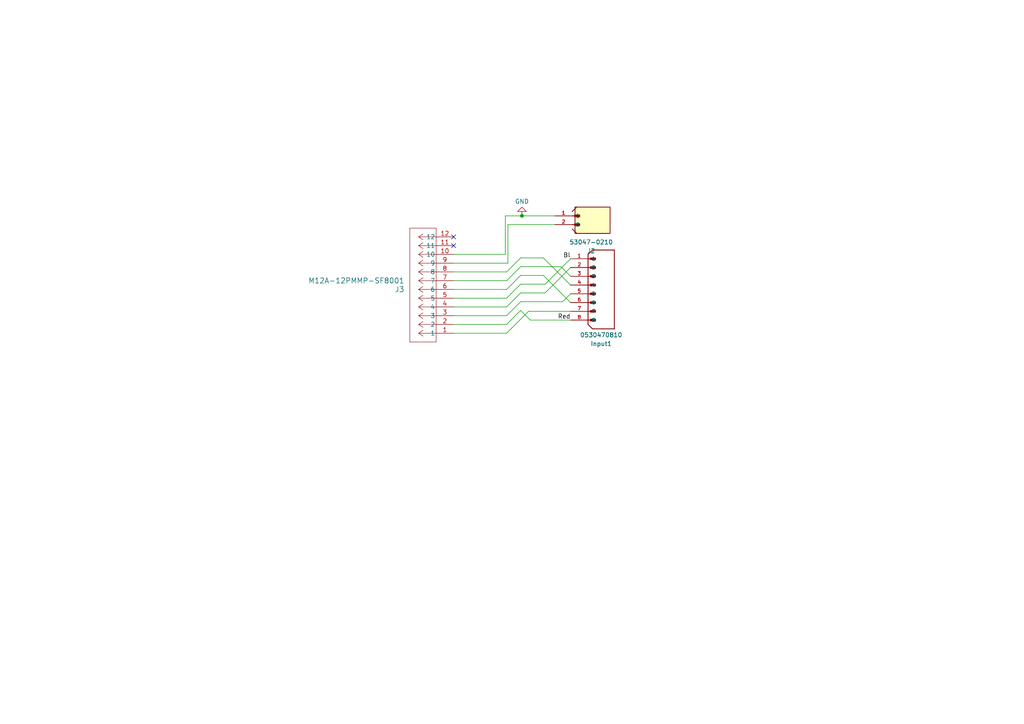
<source format=kicad_sch>
(kicad_sch (version 20230121) (generator eeschema)
  (paper "A4")
  (lib_symbols
    (symbol "Pico2Pin:53047-0210" (pin_names (offset 1.016))
      (property "Reference" "J2" (at 0.3969 -7.62 0))
      (property "Value" "53047-0210" (at 0.3969 -5.08 0))
      (symbol "53047-0210_0_0"
        (rectangle (start -4.445 -0.3175) (end -2.8575 0.3175) (stroke (width 0.1)) (fill (type outline)))
        (rectangle (start -4.445 2.2225) (end -2.8575 2.8575) (stroke (width 0.1)) (fill (type outline)))
        (rectangle (start -4.2863 -2.54) (end 5.8738 5.08) (stroke (width 0.254)) (fill (type background)))
        (polyline (pts (xy -5.08 -1.27) (xy -3.81 -2.54)) (stroke (width 0.254)))
        (polyline (pts (xy -5.08 0) (xy -3.175 0)) (stroke (width 0.254)))
        (polyline (pts (xy -5.08 2.54) (xy -3.175 2.54)) (stroke (width 0.254)))
        (polyline (pts (xy -5.08 3.81) (xy -3.81 5.08)) (stroke (width 0.254)))
      )
      (symbol "53047-0210_1_0"
        (pin passive line (at -10.16 2.54 0) (length 5.08) (name "1") (number "1"))
        (pin passive line (at -10.16 0 0) (length 5.08) (name "2") (number "2"))
      )
    )
    (symbol "Pico8Pin:0530470810" (pin_names (offset 1.016))
      (property "Reference" "J" (at 0 11.43 0))
      (property "Value" "0530470810" (at 0 -15.24 0))
      (symbol "0530470810_0_0"
        (polyline (pts (xy 0 -11.43) (xy 1.27 -12.7)) (stroke (width 0.254)))
        (polyline (pts (xy 0 -10.16) (xy 1.905 -10.16)) (stroke (width 0.254)))
        (polyline (pts (xy 0 -7.62) (xy 1.905 -7.62)) (stroke (width 0.254)))
        (polyline (pts (xy 0 -5.08) (xy 1.905 -5.08)) (stroke (width 0.254)))
        (polyline (pts (xy 0 -2.54) (xy 1.905 -2.54)) (stroke (width 0.254)))
        (polyline (pts (xy 0 0) (xy 1.905 0)) (stroke (width 0.254)))
        (polyline (pts (xy 0 2.54) (xy 1.905 2.54)) (stroke (width 0.254)))
        (polyline (pts (xy 0 5.08) (xy 1.905 5.08)) (stroke (width 0.254)))
        (polyline (pts (xy 0 7.62) (xy 0 -11.43)) (stroke (width 0.254)))
        (polyline (pts (xy 0 7.62) (xy 1.905 7.62)) (stroke (width 0.254)))
        (polyline (pts (xy 0 8.89) (xy 0 7.62)) (stroke (width 0.254)))
        (polyline (pts (xy 0 8.89) (xy 1.27 10.16)) (stroke (width 0.254)))
        (polyline (pts (xy 1.27 -12.7) (xy 7.62 -12.7)) (stroke (width 0.254)))
        (polyline (pts (xy 7.62 -12.7) (xy 7.62 10.16)) (stroke (width 0.254)))
        (polyline (pts (xy 7.62 10.16) (xy 1.27 10.16)) (stroke (width 0.254)))
        (rectangle (start 0.635 -10.4775) (end 2.2225 -9.8425) (stroke (width 0.1)) (fill (type outline)))
        (rectangle (start 0.635 -7.9375) (end 2.2225 -7.3025) (stroke (width 0.1)) (fill (type outline)))
        (rectangle (start 0.635 -5.3975) (end 2.2225 -4.7625) (stroke (width 0.1)) (fill (type outline)))
        (rectangle (start 0.635 -2.8575) (end 2.2225 -2.2225) (stroke (width 0.1)) (fill (type outline)))
        (rectangle (start 0.635 -0.3175) (end 2.2225 0.3175) (stroke (width 0.1)) (fill (type outline)))
        (rectangle (start 0.635 2.2225) (end 2.2225 2.8575) (stroke (width 0.1)) (fill (type outline)))
        (rectangle (start 0.635 4.7625) (end 2.2225 5.3975) (stroke (width 0.1)) (fill (type outline)))
        (rectangle (start 0.635 7.3025) (end 2.2225 7.9375) (stroke (width 0.1)) (fill (type outline)))
        (pin passive line (at -5.08 7.62 0) (length 5.08) (name "1") (number "1"))
        (pin passive line (at -5.08 5.08 0) (length 5.08) (name "2") (number "2"))
        (pin passive line (at -5.08 2.54 0) (length 5.08) (name "3") (number "3"))
        (pin passive line (at -5.08 0 0) (length 5.08) (name "4") (number "4"))
        (pin passive line (at -5.08 -2.54 0) (length 5.08) (name "5") (number "5"))
        (pin passive line (at -5.08 -5.08 0) (length 5.08) (name "6") (number "6"))
        (pin passive line (at -5.08 -7.62 0) (length 5.08) (name "7") (number "7"))
        (pin passive line (at -5.08 -10.16 0) (length 5.08) (name "8") (number "8"))
      )
    )
    (symbol "m12:M12A-12PMMP-SF8001" (pin_names (offset 0.254))
      (property "Reference" "J" (at 8.89 6.35 0))
      (property "Value" "M12A-12PMMP-SF8001" (at 0 0 0))
      (symbol "M12A-12PMMP-SF8001_1_1"
        (polyline (pts (xy 5.08 -30.48) (xy 12.7 -30.48)) (stroke (width 0.127)))
        (polyline (pts (xy 5.08 2.54) (xy 5.08 -30.48)) (stroke (width 0.127)))
        (polyline (pts (xy 10.16 -27.94) (xy 5.08 -27.94)) (stroke (width 0.127)))
        (polyline (pts (xy 10.16 -27.94) (xy 8.89 -28.7867)) (stroke (width 0.127)))
        (polyline (pts (xy 10.16 -27.94) (xy 8.89 -27.0933)) (stroke (width 0.127)))
        (polyline (pts (xy 10.16 -25.4) (xy 5.08 -25.4)) (stroke (width 0.127)))
        (polyline (pts (xy 10.16 -25.4) (xy 8.89 -26.2467)) (stroke (width 0.127)))
        (polyline (pts (xy 10.16 -25.4) (xy 8.89 -24.5533)) (stroke (width 0.127)))
        (polyline (pts (xy 10.16 -22.86) (xy 5.08 -22.86)) (stroke (width 0.127)))
        (polyline (pts (xy 10.16 -22.86) (xy 8.89 -23.7067)) (stroke (width 0.127)))
        (polyline (pts (xy 10.16 -22.86) (xy 8.89 -22.0133)) (stroke (width 0.127)))
        (polyline (pts (xy 10.16 -20.32) (xy 5.08 -20.32)) (stroke (width 0.127)))
        (polyline (pts (xy 10.16 -20.32) (xy 8.89 -21.1667)) (stroke (width 0.127)))
        (polyline (pts (xy 10.16 -20.32) (xy 8.89 -19.4733)) (stroke (width 0.127)))
        (polyline (pts (xy 10.16 -17.78) (xy 5.08 -17.78)) (stroke (width 0.127)))
        (polyline (pts (xy 10.16 -17.78) (xy 8.89 -18.6267)) (stroke (width 0.127)))
        (polyline (pts (xy 10.16 -17.78) (xy 8.89 -16.9333)) (stroke (width 0.127)))
        (polyline (pts (xy 10.16 -15.24) (xy 5.08 -15.24)) (stroke (width 0.127)))
        (polyline (pts (xy 10.16 -15.24) (xy 8.89 -16.0867)) (stroke (width 0.127)))
        (polyline (pts (xy 10.16 -15.24) (xy 8.89 -14.3933)) (stroke (width 0.127)))
        (polyline (pts (xy 10.16 -12.7) (xy 5.08 -12.7)) (stroke (width 0.127)))
        (polyline (pts (xy 10.16 -12.7) (xy 8.89 -13.5467)) (stroke (width 0.127)))
        (polyline (pts (xy 10.16 -12.7) (xy 8.89 -11.8533)) (stroke (width 0.127)))
        (polyline (pts (xy 10.16 -10.16) (xy 5.08 -10.16)) (stroke (width 0.127)))
        (polyline (pts (xy 10.16 -10.16) (xy 8.89 -11.0067)) (stroke (width 0.127)))
        (polyline (pts (xy 10.16 -10.16) (xy 8.89 -9.3133)) (stroke (width 0.127)))
        (polyline (pts (xy 10.16 -7.62) (xy 5.08 -7.62)) (stroke (width 0.127)))
        (polyline (pts (xy 10.16 -7.62) (xy 8.89 -8.4667)) (stroke (width 0.127)))
        (polyline (pts (xy 10.16 -7.62) (xy 8.89 -6.7733)) (stroke (width 0.127)))
        (polyline (pts (xy 10.16 -5.08) (xy 5.08 -5.08)) (stroke (width 0.127)))
        (polyline (pts (xy 10.16 -5.08) (xy 8.89 -5.9267)) (stroke (width 0.127)))
        (polyline (pts (xy 10.16 -5.08) (xy 8.89 -4.2333)) (stroke (width 0.127)))
        (polyline (pts (xy 10.16 -2.54) (xy 5.08 -2.54)) (stroke (width 0.127)))
        (polyline (pts (xy 10.16 -2.54) (xy 8.89 -3.3867)) (stroke (width 0.127)))
        (polyline (pts (xy 10.16 -2.54) (xy 8.89 -1.6933)) (stroke (width 0.127)))
        (polyline (pts (xy 10.16 0) (xy 5.08 0)) (stroke (width 0.127)))
        (polyline (pts (xy 10.16 0) (xy 8.89 -0.8467)) (stroke (width 0.127)))
        (polyline (pts (xy 10.16 0) (xy 8.89 0.8467)) (stroke (width 0.127)))
        (polyline (pts (xy 12.7 -30.48) (xy 12.7 2.54)) (stroke (width 0.127)))
        (polyline (pts (xy 12.7 2.54) (xy 5.08 2.54)) (stroke (width 0.127)))
        (pin unspecified line (at 0 0 0) (length 5.08) (name "1") (number "1"))
        (pin unspecified line (at 0 -22.86 0) (length 5.08) (name "10") (number "10"))
        (pin unspecified line (at 0 -25.4 0) (length 5.08) (name "11") (number "11"))
        (pin unspecified line (at 0 -27.94 0) (length 5.08) (name "12") (number "12"))
        (pin unspecified line (at 0 -2.54 0) (length 5.08) (name "2") (number "2"))
        (pin unspecified line (at 0 -5.08 0) (length 5.08) (name "3") (number "3"))
        (pin unspecified line (at 0 -7.62 0) (length 5.08) (name "4") (number "4"))
        (pin unspecified line (at 0 -10.16 0) (length 5.08) (name "5") (number "5"))
        (pin unspecified line (at 0 -12.7 0) (length 5.08) (name "6") (number "6"))
        (pin unspecified line (at 0 -15.24 0) (length 5.08) (name "7") (number "7"))
        (pin unspecified line (at 0 -17.78 0) (length 5.08) (name "8") (number "8"))
        (pin unspecified line (at 0 -20.32 0) (length 5.08) (name "9") (number "9"))
      )
      (symbol "M12A-12PMMP-SF8001_1_2"
        (polyline (pts (xy 5.08 -30.48) (xy 12.7 -30.48)) (stroke (width 0.127)))
        (polyline (pts (xy 5.08 2.54) (xy 5.08 -30.48)) (stroke (width 0.127)))
        (polyline (pts (xy 7.62 -27.94) (xy 5.08 -27.94)) (stroke (width 0.127)))
        (polyline (pts (xy 7.62 -27.94) (xy 8.89 -28.7867)) (stroke (width 0.127)))
        (polyline (pts (xy 7.62 -27.94) (xy 8.89 -27.0933)) (stroke (width 0.127)))
        (polyline (pts (xy 7.62 -25.4) (xy 5.08 -25.4)) (stroke (width 0.127)))
        (polyline (pts (xy 7.62 -25.4) (xy 8.89 -26.2467)) (stroke (width 0.127)))
        (polyline (pts (xy 7.62 -25.4) (xy 8.89 -24.5533)) (stroke (width 0.127)))
        (polyline (pts (xy 7.62 -22.86) (xy 5.08 -22.86)) (stroke (width 0.127)))
        (polyline (pts (xy 7.62 -22.86) (xy 8.89 -23.7067)) (stroke (width 0.127)))
        (polyline (pts (xy 7.62 -22.86) (xy 8.89 -22.0133)) (stroke (width 0.127)))
        (polyline (pts (xy 7.62 -20.32) (xy 5.08 -20.32)) (stroke (width 0.127)))
        (polyline (pts (xy 7.62 -20.32) (xy 8.89 -21.1667)) (stroke (width 0.127)))
        (polyline (pts (xy 7.62 -20.32) (xy 8.89 -19.4733)) (stroke (width 0.127)))
        (polyline (pts (xy 7.62 -17.78) (xy 5.08 -17.78)) (stroke (width 0.127)))
        (polyline (pts (xy 7.62 -17.78) (xy 8.89 -18.6267)) (stroke (width 0.127)))
        (polyline (pts (xy 7.62 -17.78) (xy 8.89 -16.9333)) (stroke (width 0.127)))
        (polyline (pts (xy 7.62 -15.24) (xy 5.08 -15.24)) (stroke (width 0.127)))
        (polyline (pts (xy 7.62 -15.24) (xy 8.89 -16.0867)) (stroke (width 0.127)))
        (polyline (pts (xy 7.62 -15.24) (xy 8.89 -14.3933)) (stroke (width 0.127)))
        (polyline (pts (xy 7.62 -12.7) (xy 5.08 -12.7)) (stroke (width 0.127)))
        (polyline (pts (xy 7.62 -12.7) (xy 8.89 -13.5467)) (stroke (width 0.127)))
        (polyline (pts (xy 7.62 -12.7) (xy 8.89 -11.8533)) (stroke (width 0.127)))
        (polyline (pts (xy 7.62 -10.16) (xy 5.08 -10.16)) (stroke (width 0.127)))
        (polyline (pts (xy 7.62 -10.16) (xy 8.89 -11.0067)) (stroke (width 0.127)))
        (polyline (pts (xy 7.62 -10.16) (xy 8.89 -9.3133)) (stroke (width 0.127)))
        (polyline (pts (xy 7.62 -7.62) (xy 5.08 -7.62)) (stroke (width 0.127)))
        (polyline (pts (xy 7.62 -7.62) (xy 8.89 -8.4667)) (stroke (width 0.127)))
        (polyline (pts (xy 7.62 -7.62) (xy 8.89 -6.7733)) (stroke (width 0.127)))
        (polyline (pts (xy 7.62 -5.08) (xy 5.08 -5.08)) (stroke (width 0.127)))
        (polyline (pts (xy 7.62 -5.08) (xy 8.89 -5.9267)) (stroke (width 0.127)))
        (polyline (pts (xy 7.62 -5.08) (xy 8.89 -4.2333)) (stroke (width 0.127)))
        (polyline (pts (xy 7.62 -2.54) (xy 5.08 -2.54)) (stroke (width 0.127)))
        (polyline (pts (xy 7.62 -2.54) (xy 8.89 -3.3867)) (stroke (width 0.127)))
        (polyline (pts (xy 7.62 -2.54) (xy 8.89 -1.6933)) (stroke (width 0.127)))
        (polyline (pts (xy 7.62 0) (xy 5.08 0)) (stroke (width 0.127)))
        (polyline (pts (xy 7.62 0) (xy 8.89 -0.8467)) (stroke (width 0.127)))
        (polyline (pts (xy 7.62 0) (xy 8.89 0.8467)) (stroke (width 0.127)))
        (polyline (pts (xy 12.7 -30.48) (xy 12.7 2.54)) (stroke (width 0.127)))
        (polyline (pts (xy 12.7 2.54) (xy 5.08 2.54)) (stroke (width 0.127)))
        (pin unspecified line (at 0 0 0) (length 5.08) (name "1") (number "1"))
        (pin unspecified line (at 0 -22.86 0) (length 5.08) (name "10") (number "10"))
        (pin unspecified line (at 0 -25.4 0) (length 5.08) (name "11") (number "11"))
        (pin unspecified line (at 0 -27.94 0) (length 5.08) (name "12") (number "12"))
        (pin unspecified line (at 0 -2.54 0) (length 5.08) (name "2") (number "2"))
        (pin unspecified line (at 0 -5.08 0) (length 5.08) (name "3") (number "3"))
        (pin unspecified line (at 0 -7.62 0) (length 5.08) (name "4") (number "4"))
        (pin unspecified line (at 0 -10.16 0) (length 5.08) (name "5") (number "5"))
        (pin unspecified line (at 0 -12.7 0) (length 5.08) (name "6") (number "6"))
        (pin unspecified line (at 0 -15.24 0) (length 5.08) (name "7") (number "7"))
        (pin unspecified line (at 0 -17.78 0) (length 5.08) (name "8") (number "8"))
        (pin unspecified line (at 0 -20.32 0) (length 5.08) (name "9") (number "9"))
      )
    )
    (symbol "power:GND" (power) (pin_names (offset 0))
      (property "Value" "GND" (at 0 -3.81 0))
      (symbol "GND_0_1"
        (polyline (pts (xy 0 0) (xy 0 -1.27) (xy 1.27 -1.27) (xy 0 -2.54) (xy -1.27 -1.27) (xy 0 -1.27)))
      )
      (symbol "GND_1_1"
        (pin power_in line (at 0 0 270) (length 0) hide (name "GND") (number "1"))
      )
    )
  )
  (junction (at 151.384 62.611))
  (no_connect (at 131.572 71.247))
  (no_connect (at 131.572 68.707))
  (wire (pts (xy 165.481 82.677) (xy 157.607 74.803)))
  (wire (pts (xy 131.572 76.327) (xy 147.32 76.327)))
  (wire (pts (xy 146.939 94.107) (xy 131.572 94.107)))
  (wire (pts (xy 162.687 77.343) (xy 151.003 77.343)))
  (wire (pts (xy 165.481 75.057) (xy 158.115 82.423)))
  (wire (pts (xy 165.481 77.597) (xy 158.115 84.963)))
  (wire (pts (xy 158.115 84.963) (xy 151.003 84.963)))
  (wire (pts (xy 153.289 90.297) (xy 165.481 90.297)))
  (wire (pts (xy 158.115 82.423) (xy 151.003 82.423)))
  (wire (pts (xy 131.572 73.787) (xy 146.558 73.787)))
  (wire (pts (xy 151.003 82.423) (xy 146.939 86.487)))
  (wire (pts (xy 146.939 89.027) (xy 131.572 89.027)))
  (wire (pts (xy 151.003 90.043) (xy 153.797 92.837)))
  (wire (pts (xy 146.939 81.407) (xy 131.572 81.407)))
  (wire (pts (xy 151.003 77.343) (xy 146.939 81.407)))
  (wire (pts (xy 151.003 87.503) (xy 146.939 91.567)))
  (wire (pts (xy 151.003 74.803) (xy 146.939 78.867)))
  (wire (pts (xy 157.607 74.803) (xy 151.003 74.803)))
  (wire (pts (xy 147.32 65.151) (xy 160.909 65.151)))
  (wire (pts (xy 165.481 87.757) (xy 157.607 79.883)))
  (wire (pts (xy 157.607 79.883) (xy 151.003 79.883)))
  (wire (pts (xy 151.384 62.611) (xy 160.909 62.611)))
  (wire (pts (xy 146.939 96.647) (xy 131.572 96.647)))
  (wire (pts (xy 146.939 91.567) (xy 131.572 91.567)))
  (wire (pts (xy 147.32 76.327) (xy 147.32 65.151)))
  (wire (pts (xy 153.797 92.837) (xy 165.481 92.837)))
  (wire (pts (xy 146.939 78.867) (xy 131.572 78.867)))
  (wire (pts (xy 146.558 73.787) (xy 146.558 62.611)))
  (wire (pts (xy 151.003 79.883) (xy 146.939 83.947)))
  (wire (pts (xy 146.558 62.611) (xy 151.384 62.611)))
  (wire (pts (xy 146.939 86.487) (xy 131.572 86.487)))
  (wire (pts (xy 165.481 85.217) (xy 163.195 87.503)))
  (wire (pts (xy 153.289 90.297) (xy 146.939 96.647)))
  (wire (pts (xy 151.003 84.963) (xy 146.939 89.027)))
  (wire (pts (xy 146.939 83.947) (xy 131.572 83.947)))
  (wire (pts (xy 151.003 90.043) (xy 146.939 94.107)))
  (wire (pts (xy 165.481 80.137) (xy 162.687 77.343)))
  (wire (pts (xy 163.195 87.503) (xy 151.003 87.503)))
  (label "Bl" (at 165.481 75.057 180))
  (label "Red" (at 165.481 92.837 180))
  (symbol (lib_id "m12:M12A-12PMMP-SF8001") (at 131.572 96.647 180) (unit 1)
    (property "Reference" "J3" (at 117.348 83.947 0) (effects (font (size 1.524 1.524)) (justify left)))
    (property "Value" "M12A-12PMMP-SF8001" (at 117.348 81.407 0) (effects (font (size 1.524 1.524)) (justify left)))
    (property "Footprint" "peripheralio:CONN_M12A-12PMMP-SF8001_AMP" (effects hide))
    (property "Datasheet" "M12A-12PMMP-SF8001" (effects hide))
  )
  (symbol (lib_id "Pico8Pin:0530470810") (at 170.561 82.677 0) (unit 1)
    (property "Reference" "Input1" (at 174.371 99.695 0))
    (property "Value" "0530470810" (at 174.371 97.155 0))
    (property "Footprint" "peripheralio:SMD_picoblade_hori_1x08" (effects hide))
    (property "MF" "Molex" (effects hide))
    (property "MAXIMUM_PACKAGE_HEIGHT" "4.2 mm" (effects hide))
    (property "Package" "None" (effects hide))
    (property "Price" "None" (effects hide))
    (property "Check_prices" "https://www.snapeda.com/parts/0530470810/Molex/view-part/?ref=eda" (effects hide))
    (property "STANDARD" "Manufacturer Recommendations" (effects hide))
    (property "PARTREV" "B" (effects hide))
    (property "SnapEDA_Link" "https://www.snapeda.com/parts/0530470810/Molex/view-part/?ref=snap" (effects hide))
    (property "MP" "0530470810" (effects hide))
    (property "Description" "\nPicoblade Connector, 8 Circuit Single Row, Vertical Throughole PCB\n" (effects hide))
    (property "Availability" "In Stock" (effects hide))
    (property "MANUFACTURER" "Molex" (effects hide))
  )
  (symbol (lib_id "Pico2Pin:53047-0210") (at 171.069 65.151 0) (unit 1)
    (property "Reference" "J2" (at 171.4659 72.771 0))
    (property "Value" "53047-0210" (at 171.4659 70.231 0))
    (property "Footprint" "wireless_strain_gauge_v2:SMD_picoblade_hori_1x02" (effects hide))
    (property "MF" "Molex" (effects hide))
    (property "Description" "\nPicoblade Connector, 2 Circuit Single Row, Vertical Throughole PCB\n" (effects hide))
    (property "Package" "None" (effects hide))
    (property "Price" "None" (effects hide))
    (property "Check_prices" "https://www.snapeda.com/parts/0530470210/Molex/view-part/?ref=eda" (effects hide))
    (property "STANDARD" "Manufacturer Recommendations" (effects hide))
    (property "PARTREV" "04/19/2022" (effects hide))
    (property "SnapEDA_Link" "https://www.snapeda.com/parts/0530470210/Molex/view-part/?ref=snap" (effects hide))
    (property "MP" "0530470210" (effects hide))
    (property "Availability" "In Stock" (effects hide))
    (property "MANUFACTURER" "Molex" (effects hide))
  )
  (symbol (lib_id "power:GND") (at 151.384 62.611 180) (unit 1)
    (property "Reference" "#PWR01" (effects hide))
    (property "Value" "GND" (at 151.384 58.42 0))
  )
)
</source>
